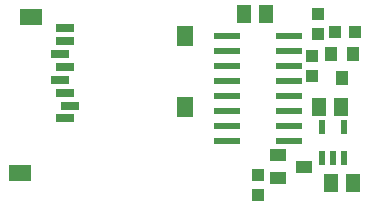
<source format=gbr>
G04 EAGLE Gerber RS-274X export*
G75*
%MOMM*%
%FSLAX34Y34*%
%LPD*%
%INSolderpaste Top*%
%IPPOS*%
%AMOC8*
5,1,8,0,0,1.08239X$1,22.5*%
G01*
%ADD10R,1.400000X1.000000*%
%ADD11R,1.000000X1.075000*%
%ADD12R,1.900000X1.400000*%
%ADD13R,1.400000X1.800000*%
%ADD14R,1.500000X0.700000*%
%ADD15R,1.240000X1.500000*%
%ADD16R,2.200000X0.600000*%
%ADD17R,0.550000X1.200000*%
%ADD18R,1.000000X1.200000*%
%ADD19R,1.075000X1.000000*%


D10*
X239600Y-17780D03*
X217600Y-27280D03*
X217600Y-8280D03*
D11*
X200660Y-24520D03*
X200660Y-41520D03*
D12*
X8110Y109030D03*
X-890Y-22970D03*
D13*
X139110Y93030D03*
X139110Y33030D03*
D14*
X37110Y100030D03*
X37110Y89030D03*
X33110Y78030D03*
X37110Y67030D03*
X33110Y56030D03*
X37110Y45030D03*
X41110Y34030D03*
X37110Y23030D03*
D15*
X188620Y111760D03*
X207620Y111760D03*
D16*
X174660Y80010D03*
X226660Y54610D03*
X174660Y92710D03*
X174660Y67310D03*
X174660Y54610D03*
X226660Y67310D03*
X226660Y41910D03*
X226660Y29210D03*
X174660Y29210D03*
X226660Y3810D03*
X174660Y41910D03*
X174660Y16510D03*
X226660Y16510D03*
X174660Y3810D03*
X226660Y80010D03*
X226660Y92710D03*
D17*
X254660Y-10461D03*
X264160Y-10461D03*
X273660Y-10461D03*
X273660Y15541D03*
X254660Y15541D03*
D15*
X252120Y33020D03*
X271120Y33020D03*
X281280Y-31750D03*
X262280Y-31750D03*
D11*
X246380Y58810D03*
X246380Y75810D03*
D18*
X271780Y57310D03*
X262280Y77310D03*
X281280Y77310D03*
D19*
X265820Y96520D03*
X282820Y96520D03*
D11*
X251460Y94370D03*
X251460Y111370D03*
M02*

</source>
